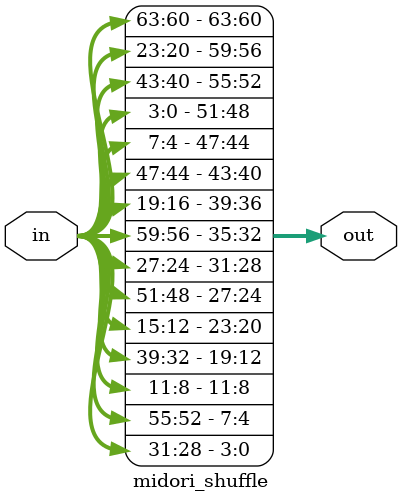
<source format=v>

module midori_shuffle(
	input wire [63:0] in,
	output wire [63:0] out
);

	// make the following state shuffle
	// S0,...,S15 -> S0, S10, S5, S15, S14, S4, S11, S1, S9, S3, S12, S6, S7, S13, S2, S8

	assign out[63:60] = in[63:60];
	assign out[59:56] = in[23:20];
	assign out[55:52] = in[43:40];
	assign out[51:48] = in[3:0];
	assign out[47:44] = in[7:4];
	assign out[43:40] = in[47:44];
	assign out[39:36] = in[19:16];
	assign out[35:32] = in[59:56];
	assign out[31:28] = in[27:24];
	assign out[27:24] = in[51:48];
	assign out[23:20] = in[15:12];
	assign out[19:16] = in[39:36];
	assign out[15:12] = in[35:32];
	assign out[11:8] = in[11:8];
	assign out[7:4] = in[55:52];
	assign out[3:0] = in[31:28];

endmodule

</source>
